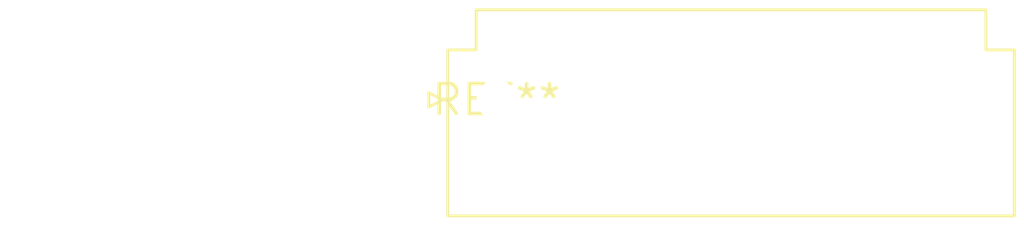
<source format=kicad_pcb>
(kicad_pcb (version 20240108) (generator pcbnew)
  (layers (0 "F.Cu" signal) (31 "B.Cu" signal) (34 "B.Paste" user) (35 "F.Paste" user) (36 "B.SilkS" user "B.Silkscreen") (37 "F.SilkS" user "F.Silkscreen") (38 "B.Mask" user) (39 "F.Mask" user) (44 "Edge.Cuts" user))
  (net 0 "")
  (footprint "JST_VH_B6P-VH-B_1x06_P3.96mm_Vertical" (layer "F.Cu") (at 0 0)
    (property "Reference" "REF**")
    (property "Value" "JST_VH_B6P-VH-B_1x06_P3.96mm_Vertical")
    (fp_line (start -2.86 -0.3) (end -2.26 0) (layer "F.SilkS") (stroke (width 0.12)))
    (fp_line (start -2.86 0.3) (end -2.86 -0.3) (layer "F.SilkS") (stroke (width 0.12)))
    (fp_line (start -2.26 0) (end -2.86 0.3) (layer "F.SilkS") (stroke (width 0.12)))
    (fp_line (start -2.06 -2.11) (end -0.86 -2.11) (layer "F.SilkS") (stroke (width 0.12)))
    (fp_line (start -2.06 4.91) (end -2.06 -2.11) (layer "F.SilkS") (stroke (width 0.12)))
    (fp_line (start -0.86 -3.81) (end 20.66 -3.81) (layer "F.SilkS") (stroke (width 0.12)))
    (fp_line (start -0.86 -2.11) (end -0.86 -3.81) (layer "F.SilkS") (stroke (width 0.12)))
    (fp_line (start 20.66 -3.81) (end 20.66 -2.11) (layer "F.SilkS") (stroke (width 0.12)))
    (fp_line (start 20.66 -2.11) (end 21.86 -2.11) (layer "F.SilkS") (stroke (width 0.12)))
    (fp_line (start 21.86 -2.11) (end 21.86 4.91) (layer "F.SilkS") (stroke (width 0.12)))
    (fp_line (start 21.86 4.91) (end -2.06 4.91) (layer "F.SilkS") (stroke (width 0.12)))
    (pad "1" thru_hole roundrect (at 0 0) (size 2.7 2.7) (drill 1.7) (layers *.Cu *.Mask) (remove_unused_layers) (roundrect_rratio 0.092593))
    (pad "2" thru_hole circle (at 3.96 0) (size 2.7 2.7) (drill 1.7) (layers *.Cu *.Mask) (remove_unused_layers))
    (pad "3" thru_hole circle (at 7.92 0) (size 2.7 2.7) (drill 1.7) (layers *.Cu *.Mask) (remove_unused_layers))
    (pad "4" thru_hole circle (at 11.88 0) (size 2.7 2.7) (drill 1.7) (layers *.Cu *.Mask) (remove_unused_layers))
    (pad "5" thru_hole circle (at 15.84 0) (size 2.7 2.7) (drill 1.7) (layers *.Cu *.Mask) (remove_unused_layers))
    (pad "6" thru_hole circle (at 19.8 0) (size 2.7 2.7) (drill 1.7) (layers *.Cu *.Mask) (remove_unused_layers))
  )
)
</source>
